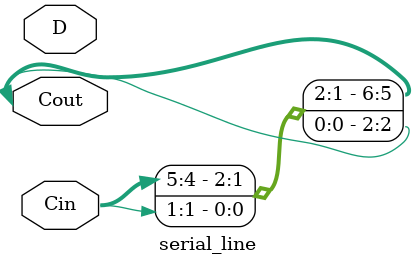
<source format=v>
module serial_line(D, Cin, Cout); //1bit input serial line, serial 8bit CRC generator without register(only combinational logic)
input D; //1bit input 
input [7:0] Cin;
input [7:0] Cout;

// polynomial 'b1001011
assign Cout[0] = D^Cin[7];
assign Cout[1] = Cout[0]^Cin[0];
assign Cout[2] = Cin[1];
assign Cout[3] = Cout[0]^Cin[2];
assign Cout[4] = Cout[0]^Cin[3];
assign Cout[5] = Cin[4];
assign Cout[6] = Cin[5];
assign Cout[7] = Cout[0]^Cin[6];
endmodule 

module parallel_CRC(parallel_in, CLK, RST, CRC); //stack 8layer of serial line module
input [7:0] parallel_in; //input (8bit/clk)
input CLK, RST;
output [7:0]CRC; //output
wire [7:0] temp7, temp6, temp5, temp4, 
           temp3, temp2, temp1;
reg [7:0] Q, D; //Q=output reg, D=input reg

//parallel CRC
serial_line S7(D[7], Q, temp7);    //D[7:0] = parallel in, Q: feedback loop
serial_line S6(D[6], temp7, temp6);
serial_line S5(D[5], temp6, temp5);
serial_line S4(D[4], temp5, temp4);
serial_line S3(D[3], temp4, temp3);
serial_line S2(D[2], temp3, temp2);
serial_line S1(D[1], temp2, temp1);
serial_line S0(D[0], temp1, CRC); //last layer --> output=generate CRC

always @ (posedge CLK, posedge RST) begin
    //initial value
    if (RST) begin Q <= 8'b0; D <= 8'b0; end //reset(init value)
    else begin Q <= CRC; D <= parallel_in; end 
end
endmodule


</source>
